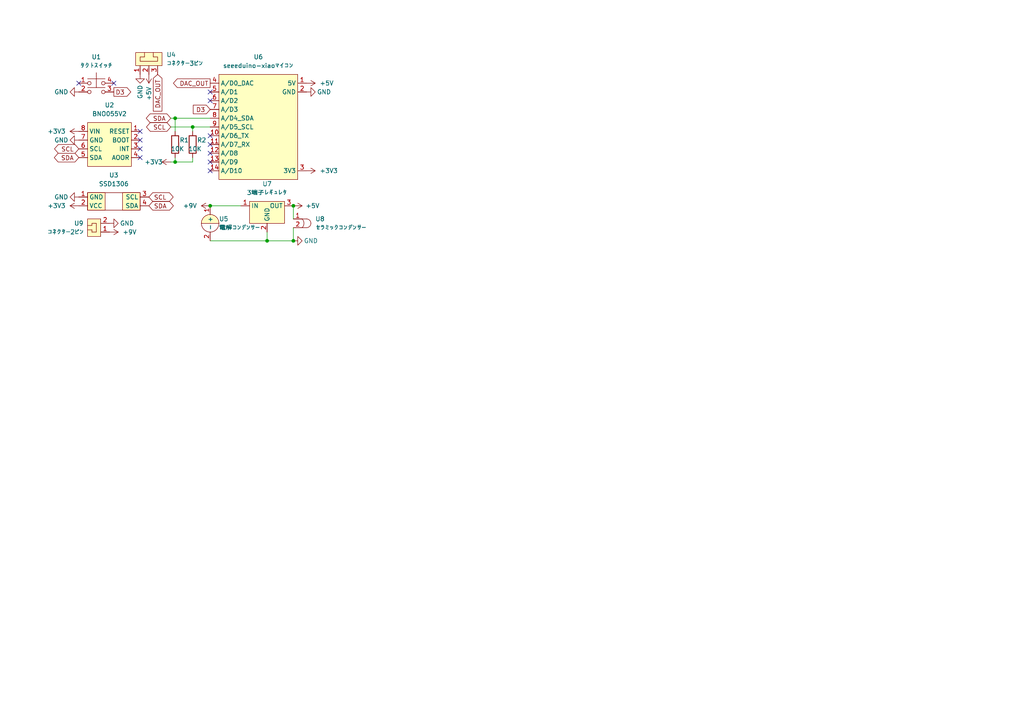
<source format=kicad_sch>
(kicad_sch (version 20211123) (generator eeschema)
  (paper "A4")
  (lib_symbols
    (symbol "Device:R" (pin_numbers hide) (pin_names (offset 0))
      (property "Reference" "R" (at 2.032 0 90))
      (property "Value" "R" (at 0 0 90))
      (symbol "R_0_1"
        (rectangle (start -1.016 -2.54) (end 1.016 2.54) (stroke (width 0.254)))
      )
      (symbol "R_1_1"
        (pin passive line (at 0 3.81 270) (length 1.27) (name "~") (number "1"))
        (pin passive line (at 0 -3.81 90) (length 1.27) (name "~") (number "2"))
      )
    )
    (symbol "power:+3V3" (power) (pin_names (offset 0))
      (property "Value" "+3V3" (at 0 3.556 0))
      (symbol "+3V3_0_1"
        (polyline (pts (xy -0.762 1.27) (xy 0 2.54)))
        (polyline (pts (xy 0 0) (xy 0 2.54)))
        (polyline (pts (xy 0 2.54) (xy 0.762 1.27)))
      )
      (symbol "+3V3_1_1"
        (pin power_in line (at 0 0 90) (length 0) hide (name "+3V3") (number "1"))
      )
    )
    (symbol "power:+5V" (power) (pin_names (offset 0))
      (property "Value" "+5V" (at 0 3.556 0))
      (symbol "+5V_0_1"
        (polyline (pts (xy -0.762 1.27) (xy 0 2.54)))
        (polyline (pts (xy 0 0) (xy 0 2.54)))
        (polyline (pts (xy 0 2.54) (xy 0.762 1.27)))
      )
      (symbol "+5V_1_1"
        (pin power_in line (at 0 0 90) (length 0) hide (name "+5V") (number "1"))
      )
    )
    (symbol "power:+9V" (power) (pin_names (offset 0))
      (property "Value" "+9V" (at 0 3.556 0))
      (symbol "+9V_0_1"
        (polyline (pts (xy -0.762 1.27) (xy 0 2.54)))
        (polyline (pts (xy 0 0) (xy 0 2.54)))
        (polyline (pts (xy 0 2.54) (xy 0.762 1.27)))
      )
      (symbol "+9V_1_1"
        (pin power_in line (at 0 0 90) (length 0) hide (name "+9V") (number "1"))
      )
    )
    (symbol "power:GND" (power) (pin_names (offset 0))
      (property "Value" "GND" (at 0 -3.81 0))
      (symbol "GND_0_1"
        (polyline (pts (xy 0 0) (xy 0 -1.27) (xy 1.27 -1.27) (xy 0 -2.54) (xy -1.27 -1.27) (xy 0 -1.27)))
      )
      (symbol "GND_1_1"
        (pin power_in line (at 0 0 270) (length 0) hide (name "GND") (number "1"))
      )
    )
    (symbol "自分のシンボルエディター:3端子レギュレタ"
      (property "Reference" "U" (at 0 0 0))
      (property "Value" "3端子レギュレタ" (at 0 0 0))
      (symbol "3端子レギュレタ_0_1"
        (rectangle (start -5.08 -2.54) (end 5.08 -8.89) (fill (type background)))
      )
      (symbol "3端子レギュレタ_1_1"
        (pin input line (at -7.62 -3.81 0) (length 2.54) (name "IN") (number "1"))
        (pin input line (at 0 -11.43 90) (length 2.54) (name "GND") (number "2"))
        (pin input line (at 7.62 -3.81 180) (length 2.54) (name "OUT") (number "3"))
      )
    )
    (symbol "自分のシンボルエディター:BNO055V2"
      (property "Reference" "U" (at 6.35 -1.27 0))
      (property "Value" "BNO055V2" (at 0 -1.27 0))
      (symbol "BNO055V2_0_1"
        (rectangle (start -6.35 -2.54) (end 6.35 -15.24) (fill (type background)))
      )
      (symbol "BNO055V2_1_1"
        (pin input line (at 8.89 -5.08 180) (length 2.54) (name "RESET") (number "1"))
        (pin input line (at 8.89 -7.62 180) (length 2.54) (name "BOOT") (number "2"))
        (pin input line (at 8.89 -10.16 180) (length 2.54) (name "INT") (number "3"))
        (pin input line (at 8.89 -12.7 180) (length 2.54) (name "AOOR") (number "4"))
        (pin input line (at -8.89 -12.7 0) (length 2.54) (name "SDA") (number "5"))
        (pin input line (at -8.89 -10.16 0) (length 2.54) (name "SCL") (number "6"))
        (pin input line (at -8.89 -7.62 0) (length 2.54) (name "GND") (number "7"))
        (pin input line (at -8.89 -5.08 0) (length 2.54) (name "VIN") (number "8"))
      )
    )
    (symbol "自分のシンボルエディター:SSD1306"
      (property "Reference" "U" (at 6.35 0 0))
      (property "Value" "SSD1306" (at 0 0 0))
      (symbol "SSD1306_0_1"
        (rectangle (start -7.62 -1.27) (end -2.54 -6.35) (fill (type background)))
        (polyline (pts (xy -7.62 -6.35) (xy -7.62 -1.27) (xy 7.62 -1.27) (xy 7.62 -6.35) (xy -3.81 -6.35) (xy -7.62 -6.35)))
        (rectangle (start 2.54 -1.27) (end 7.62 -6.35) (fill (type background)))
      )
      (symbol "SSD1306_1_1"
        (pin input line (at -10.16 -2.54 0) (length 2.54) (name "GND") (number "1"))
        (pin input line (at -10.16 -5.08 0) (length 2.54) (name "VCC") (number "2"))
        (pin input line (at 10.16 -2.54 180) (length 2.54) (name "SCL") (number "3"))
        (pin input line (at 10.16 -5.08 180) (length 2.54) (name "SDA") (number "4"))
      )
    )
    (symbol "自分のシンボルエディター:seeeduino-xiaoマイコン"
      (property "Reference" "U" (at 11.43 0 0))
      (property "Value" "seeeduino-xiaoマイコン" (at 0 0 0))
      (symbol "seeeduino-xiaoマイコン_0_1"
        (rectangle (start -11.43 -1.27) (end 11.43 -31.75) (fill (type background)))
      )
      (symbol "seeeduino-xiaoマイコン_1_1"
        (pin input line (at 13.97 -3.81 180) (length 2.54) (name "5V") (number "1"))
        (pin input line (at -13.97 -19.05 0) (length 2.54) (name "A/D6_TX") (number "10"))
        (pin input line (at -13.97 -21.59 0) (length 2.54) (name "A/D7_RX") (number "11"))
        (pin input line (at -13.97 -24.13 0) (length 2.54) (name "A/D8") (number "12"))
        (pin input line (at -13.97 -26.67 0) (length 2.54) (name "A/D9") (number "13"))
        (pin input line (at -13.97 -29.21 0) (length 2.54) (name "A/D10") (number "14"))
        (pin input line (at 13.97 -6.35 180) (length 2.54) (name "GND") (number "2"))
        (pin input line (at 13.97 -29.21 180) (length 2.54) (name "3V3") (number "3"))
        (pin input line (at -13.97 -3.81 0) (length 2.54) (name "A/D0_DAC") (number "4"))
        (pin input line (at -13.97 -6.35 0) (length 2.54) (name "A/D1") (number "5"))
        (pin input line (at -13.97 -8.89 0) (length 2.54) (name "A/D2") (number "6"))
        (pin input line (at -13.97 -11.43 0) (length 2.54) (name "A/D3") (number "7"))
        (pin input line (at -13.97 -13.97 0) (length 2.54) (name "A/D4_SDA") (number "8"))
        (pin input line (at -13.97 -16.51 0) (length 2.54) (name "A/D5_SCL") (number "9"))
      )
    )
    (symbol "自分のシンボルエディター:コネクター2ピン"
      (property "Reference" "U" (at 6.35 0 0))
      (property "Value" "コネクター2ピン" (at 0 0 0))
      (symbol "コネクター2ピン_0_1"
        (rectangle (start -2.54 -1.27) (end 2.54 -5.08) (fill (type background)))
        (polyline (pts (xy -0.635 -2.54) (xy -1.27 -2.54)))
        (polyline (pts (xy -0.635 -2.54) (xy -0.635 -1.27)))
        (polyline (pts (xy -1.27 -2.54) (xy -1.27 -3.81) (xy 1.27 -3.81) (xy 1.27 -2.54) (xy 0.635 -2.54) (xy 0.635 -1.27)))
      )
      (symbol "コネクター2ピン_1_1"
        (pin input line (at -1.27 -7.62 90) (length 2.54) (name "") (number "1"))
        (pin input line (at 1.27 -7.62 90) (length 2.54) (name "") (number "2"))
      )
    )
    (symbol "自分のシンボルエディター:コネクター3ピン"
      (property "Reference" "U" (at 6.35 0 0))
      (property "Value" "コネクター3ピン" (at 0 0 0))
      (symbol "コネクター3ピン_0_1"
        (rectangle (start -3.81 -1.27) (end 3.81 -5.08) (fill (type background)))
        (polyline (pts (xy -1.27 -2.54) (xy -1.27 -1.27)))
        (polyline (pts (xy -1.27 -2.54) (xy -2.54 -2.54) (xy -2.54 -3.81) (xy 2.54 -3.81) (xy 2.54 -2.54) (xy 1.27 -2.54) (xy 1.27 -1.27)))
      )
      (symbol "コネクター3ピン_1_1"
        (pin input line (at -2.54 -7.62 90) (length 2.54) (name "") (number "1"))
        (pin input line (at 0 -7.62 90) (length 2.54) (name "") (number "2"))
        (pin input line (at 2.54 -7.62 90) (length 2.54) (name "") (number "3"))
      )
    )
    (symbol "自分のシンボルエディター:セラミックコンデンサー"
      (property "Reference" "U" (at 8.89 0 0))
      (property "Value" "セラミックコンデンサー" (at 0 0 0))
      (symbol "セラミックコンデンサー_0_1"
        (arc (start 0 -1.27) (mid -0.898 -1.642) (end -1.27 -2.54))
        (polyline (pts (xy -1.27 -2.54) (xy -1.27 -3.81)))
        (polyline (pts (xy 1.27 -2.54) (xy 1.27 -3.81)))
        (arc (start 1.27 -3.81) (mid 0 -3.284) (end -1.27 -3.81))
        (arc (start 1.2701 -2.5399) (mid 0.8981 -1.6419) (end 0.0001 -1.2699))
      )
      (symbol "セラミックコンデンサー_1_1"
        (pin input line (at -1.27 -6.35 90) (length 2.54) (name "") (number "1"))
        (pin input line (at 1.27 -6.35 90) (length 2.54) (name "") (number "2"))
      )
    )
    (symbol "自分のシンボルエディター:タクトスイッチ"
      (property "Reference" "U" (at 6.35 0 0))
      (property "Value" "タクトスイッチ" (at 0 0 0))
      (symbol "タクトスイッチ_0_1"
        (circle (center -2.032 -7.62) (radius 0.508))
        (circle (center -2.032 -5.08) (radius 0.508))
        (polyline (pts (xy 0 -6.35) (xy 0 -3.81)))
        (polyline (pts (xy 0 -3.81) (xy 0 -2.032)))
        (polyline (pts (xy 2.54 -6.35) (xy -2.54 -6.35)))
        (polyline (pts (xy 2.54 -3.81) (xy -2.54 -3.81)))
        (circle (center 2.032 -7.62) (radius 0.508))
        (circle (center 2.032 -5.08) (radius 0.508))
      )
      (symbol "タクトスイッチ_1_1"
        (pin input line (at -5.08 -5.08 0) (length 2.54) (name "") (number "1"))
        (pin input line (at -5.08 -7.62 0) (length 2.54) (name "") (number "2"))
        (pin input line (at 5.08 -7.62 180) (length 2.54) (name "") (number "3"))
        (pin input line (at 5.08 -5.08 180) (length 2.54) (name "") (number "4"))
      )
    )
    (symbol "自分のシンボルエディター:電解コンデンサー"
      (property "Reference" "U" (at 7.62 0 0))
      (property "Value" "電解コンデンサー" (at 0 0 0))
      (symbol "電解コンデンサー_0_1"
        (arc (start -2.54 -3.81) (mid -1.7961 -5.6061) (end 0 -6.35) (fill (type background)))
        (arc (start -0.0002 -6.3498) (mid 1.7959 -5.6059) (end 2.5398 -3.8098))
        (arc (start 0 -1.27) (mid -1.7961 -2.0139) (end -2.54 -3.81) (fill (type background)))
        (polyline (pts (xy 0 -1.27) (xy 0 -6.35)))
        (arc (start 2.5398 -3.8102) (mid 1.7959 -2.0141) (end -0.0002 -1.2702))
      )
      (symbol "電解コンデンサー_1_1"
        (pin input line (at -5.08 -3.81 0) (length 2.54) (name "+") (number "1"))
        (pin input line (at 5.08 -3.81 180) (length 2.54) (name "-") (number "2"))
      )
    )
  )
  (junction (at 55.88 36.83))
  (junction (at 77.47 69.85))
  (junction (at 50.8 46.99))
  (junction (at 85.09 59.69))
  (junction (at 50.8 34.29))
  (junction (at 85.09 69.85))
  (junction (at 60.96 59.69))
  (no_connect (at 40.64 45.72))
  (no_connect (at 60.96 26.67))
  (no_connect (at 40.64 43.18))
  (no_connect (at 33.02 24.13))
  (no_connect (at 40.64 38.1))
  (no_connect (at 60.96 44.45))
  (no_connect (at 40.64 40.64))
  (no_connect (at 60.96 49.53))
  (no_connect (at 60.96 46.99))
  (no_connect (at 60.96 29.21))
  (no_connect (at 60.96 39.37))
  (no_connect (at 22.86 24.13))
  (no_connect (at 60.96 41.91))
  (wire (pts (xy 77.47 69.85) (xy 77.47 67.31)))
  (wire (pts (xy 49.53 34.29) (xy 50.8 34.29)))
  (wire (pts (xy 60.96 69.85) (xy 77.47 69.85)))
  (wire (pts (xy 55.88 36.83) (xy 55.88 38.1)))
  (wire (pts (xy 55.88 46.99) (xy 55.88 45.72)))
  (wire (pts (xy 50.8 46.99) (xy 50.8 45.72)))
  (wire (pts (xy 49.53 36.83) (xy 55.88 36.83)))
  (wire (pts (xy 55.88 36.83) (xy 60.96 36.83)))
  (wire (pts (xy 85.09 69.85) (xy 77.47 69.85)))
  (wire (pts (xy 49.53 46.99) (xy 50.8 46.99)))
  (wire (pts (xy 69.85 59.69) (xy 60.96 59.69)))
  (wire (pts (xy 85.09 66.04) (xy 85.09 69.85)))
  (wire (pts (xy 50.8 34.29) (xy 60.96 34.29)))
  (wire (pts (xy 50.8 46.99) (xy 55.88 46.99)))
  (wire (pts (xy 85.09 59.69) (xy 85.09 63.5)))
  (wire (pts (xy 50.8 34.29) (xy 50.8 38.1)))
  (global_label "D3" (shape output) (at 33.02 26.67 0) (property "Intersheet References" "${INTERSHEET_REFS}" (effects hide)))
  (global_label "SDA" (shape bidirectional) (at 43.18 59.69 0) (property "Intersheet References" "${INTERSHEET_REFS}" (effects hide)))
  (global_label "D3" (shape input) (at 60.96 31.75 180) (property "Intersheet References" "${INTERSHEET_REFS}" (effects hide)))
  (global_label "SCL" (shape bidirectional) (at 49.53 36.83 180) (property "Intersheet References" "${INTERSHEET_REFS}" (effects hide)))
  (global_label "DAC_OUT" (shape output) (at 60.96 24.13 180) (property "Intersheet References" "${INTERSHEET_REFS}" (effects hide)))
  (global_label "DAC_OUT" (shape input) (at 45.72 21.59 270) (property "Intersheet References" "${INTERSHEET_REFS}" (effects hide)))
  (global_label "SCL" (shape bidirectional) (at 43.18 57.15 0) (property "Intersheet References" "${INTERSHEET_REFS}" (effects hide)))
  (global_label "SCL" (shape bidirectional) (at 22.86 43.18 180) (property "Intersheet References" "${INTERSHEET_REFS}" (effects hide)))
  (global_label "SDA" (shape bidirectional) (at 22.86 45.72 180) (property "Intersheet References" "${INTERSHEET_REFS}" (effects hide)))
  (global_label "SDA" (shape bidirectional) (at 49.53 34.29 180) (property "Intersheet References" "${INTERSHEET_REFS}" (effects hide)))
  (symbol (lib_id "Device:R") (at 55.88 41.91 0) (unit 1)
    (property "Reference" "R2" (at 57.15 40.64 0) (effects (justify left)))
    (property "Value" "10K" (at 54.61 43.18 0) (effects (justify left)))
    (property "Footprint" "自分のフットプリント:抵抗" (effects hide))
  )
  (symbol (lib_id "power:GND") (at 31.75 64.77 90) (unit 1)
    (property "Reference" "#PWR0115" (effects hide))
    (property "Value" "GND" (at 36.83 64.77 90))
  )
  (symbol (lib_id "自分のシンボルエディター:SSD1306") (at 33.02 54.61 0) (unit 1)
    (property "Reference" "U3" (at 33.02 50.8 0))
    (property "Value" "SSD1306" (at 33.02 53.34 0))
    (property "Footprint" "自分のフットプリント:SSD1306" (effects hide))
  )
  (symbol (lib_id "power:+3V3") (at 49.53 46.99 90) (unit 1)
    (property "Reference" "#PWR0109" (effects hide))
    (property "Value" "+3V3" (at 41.91 46.99 90) (effects (justify right)))
  )
  (symbol (lib_id "自分のシンボルエディター:電解コンデンサー") (at 64.77 64.77 270) (unit 1)
    (property "Reference" "U5" (at 63.5 63.5 90) (effects (justify left)))
    (property "Value" "電解コンデンサー" (at 63.5 66.04 90) (effects (justify left)))
    (property "Footprint" "自分のフットプリント:電解コンデンサー" (effects hide))
  )
  (symbol (lib_id "power:+5V") (at 85.09 59.69 270) (unit 1)
    (property "Reference" "#PWR0102" (effects hide))
    (property "Value" "+5V" (at 92.71 59.69 90) (effects (justify right)))
  )
  (symbol (lib_id "power:GND") (at 22.86 40.64 270) (unit 1)
    (property "Reference" "#PWR0111" (effects hide))
    (property "Value" "GND" (at 17.78 40.64 90))
  )
  (symbol (lib_id "自分のシンボルエディター:3端子レギュレタ") (at 77.47 55.88 0) (unit 1)
    (property "Reference" "U7" (at 77.47 53.34 0))
    (property "Value" "3端子レギュレタ" (at 77.47 55.88 0))
    (property "Footprint" "自分のフットプリント:3端子レギュレーター" (effects hide))
  )
  (symbol (lib_id "power:+3V3") (at 22.86 59.69 90) (unit 1)
    (property "Reference" "#PWR0112" (effects hide))
    (property "Value" "+3V3" (at 19.05 59.6899 90) (effects (justify left)))
  )
  (symbol (lib_id "power:GND") (at 88.9 26.67 90) (unit 1)
    (property "Reference" "#PWR0103" (effects hide))
    (property "Value" "GND" (at 93.98 26.67 90))
  )
  (symbol (lib_id "power:+5V") (at 88.9 24.13 270) (unit 1)
    (property "Reference" "#PWR0104" (effects hide))
    (property "Value" "+5V" (at 92.71 24.1299 90) (effects (justify left)))
  )
  (symbol (lib_id "power:+3V3") (at 22.86 38.1 90) (unit 1)
    (property "Reference" "#PWR0110" (effects hide))
    (property "Value" "+3V3" (at 19.05 38.0999 90) (effects (justify left)))
  )
  (symbol (lib_id "自分のシンボルエディター:コネクター3ピン") (at 43.18 13.97 0) (unit 1)
    (property "Reference" "U4" (at 48.26 15.8749 0) (effects (justify left)))
    (property "Value" "コネクター3ピン" (at 48.26 18.4149 0) (effects (justify left)))
    (property "Footprint" "自分のフットプリント:L字コネクター3ピン" (effects hide))
  )
  (symbol (lib_id "power:GND") (at 22.86 26.67 270) (unit 1)
    (property "Reference" "#PWR0114" (effects hide))
    (property "Value" "GND" (at 17.78 26.67 90))
  )
  (symbol (lib_id "power:+9V") (at 60.96 59.69 90) (unit 1)
    (property "Reference" "#PWR0106" (effects hide))
    (property "Value" "+9V" (at 57.15 59.6899 90) (effects (justify left)))
  )
  (symbol (lib_id "power:+9V") (at 31.75 67.31 270) (unit 1)
    (property "Reference" "#PWR0116" (effects hide))
    (property "Value" "+9V" (at 35.56 67.3099 90) (effects (justify left)))
  )
  (symbol (lib_id "自分のシンボルエディター:コネクター2ピン") (at 24.13 66.04 90) (unit 1)
    (property "Reference" "U9" (at 22.86 64.77 90))
    (property "Value" "コネクター2ピン" (at 19.05 67.31 90))
    (property "Footprint" "自分のフットプリント:コネクター2ピン" (effects hide))
  )
  (symbol (lib_id "power:+3V3") (at 88.9 49.53 270) (unit 1)
    (property "Reference" "#PWR0105" (effects hide))
    (property "Value" "+3V3" (at 92.71 49.5299 90) (effects (justify left)))
  )
  (symbol (lib_id "自分のシンボルエディター:seeeduino-xiaoマイコン") (at 74.93 20.32 0) (unit 1)
    (property "Reference" "U6" (at 74.93 16.51 0))
    (property "Value" "seeeduino-xiaoマイコン" (at 74.93 19.05 0))
    (property "Footprint" "自分のフットプリント:seeeduino-xiaoマイコン" (effects hide))
  )
  (symbol (lib_id "power:GND") (at 22.86 57.15 270) (unit 1)
    (property "Reference" "#PWR0113" (effects hide))
    (property "Value" "GND" (at 17.78 57.15 90))
  )
  (symbol (lib_id "power:+5V") (at 43.18 21.59 180) (unit 1)
    (property "Reference" "#PWR0108" (effects hide))
    (property "Value" "+5V" (at 43.18 29.21 90) (effects (justify right)))
  )
  (symbol (lib_id "自分のシンボルエディター:タクトスイッチ") (at 27.94 19.05 0) (unit 1)
    (property "Reference" "U1" (at 27.94 16.51 0))
    (property "Value" "タクトスイッチ" (at 27.94 19.05 0))
    (property "Footprint" "自分のフットプリント:タクトスイッチ" (effects hide))
  )
  (symbol (lib_id "Device:R") (at 50.8 41.91 0) (unit 1)
    (property "Reference" "R1" (at 52.07 40.64 0) (effects (justify left)))
    (property "Value" "10K" (at 49.53 43.18 0) (effects (justify left)))
    (property "Footprint" "自分のフットプリント:抵抗" (effects hide))
  )
  (symbol (lib_id "power:GND") (at 85.09 69.85 90) (unit 1)
    (property "Reference" "#PWR0101" (effects hide))
    (property "Value" "GND" (at 90.17 69.85 90))
  )
  (symbol (lib_id "自分のシンボルエディター:セラミックコンデンサー") (at 91.44 64.77 270) (unit 1)
    (property "Reference" "U8" (at 91.44 63.4999 90) (effects (justify left)))
    (property "Value" "セラミックコンデンサー" (at 91.44 66.0399 90) (effects (justify left)))
    (property "Footprint" "自分のフットプリント:セラミックコンデンサー" (effects hide))
  )
  (symbol (lib_id "自分のシンボルエディター:BNO055V2") (at 31.75 33.02 0) (unit 1)
    (property "Reference" "U2" (at 31.75 30.48 0))
    (property "Value" "BNO055V2" (at 31.75 33.02 0))
    (property "Footprint" "自分のフットプリント:BNO055V2" (effects hide))
  )
  (symbol (lib_id "power:GND") (at 40.64 21.59 0) (unit 1)
    (property "Reference" "#PWR?" (effects hide))
    (property "Value" "GND" (at 40.64 26.67 90))
  )
)
</source>
